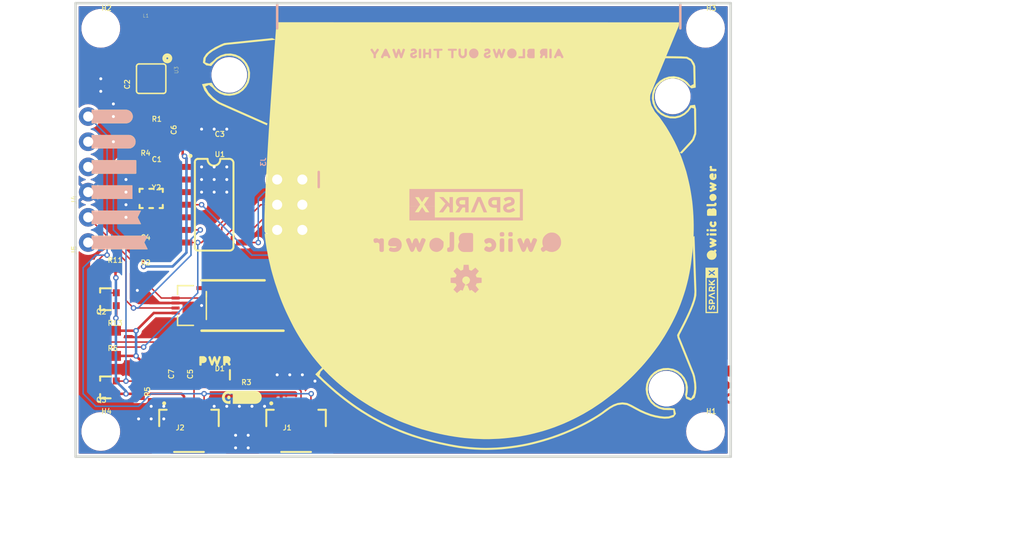
<source format=kicad_pcb>
(kicad_pcb (version 20211014) (generator pcbnew)
  (layers (0 "F.Cu" signal) (31 "B.Cu" signal) (34 "B.Paste" user) (35 "F.Paste" user) (36 "B.SilkS" user "B.Silkscreen") (37 "F.SilkS" user "F.Silkscreen") (38 "B.Mask" user) (39 "F.Mask" user) (44 "Edge.Cuts" user))
  (net 0 "")
  (net 1 "GND")
  (net 2 "3.3V")
  (net 3 "N$2")
  (net 4 "5V")
  (net 5 "N$3")
  (net 6 "SDA")
  (net 7 "SCL")
  (net 8 "HV_SDA")
  (net 9 "HV_SCL")
  (net 10 "N$1")
  (net 11 "N$4")
  (net 12 "25KHZ_PWM")
  (net 13 "FAN_TACH")
  (net 14 "~{RST}")
  (net 15 "CIPO")
  (net 16 "N$5")
  (footprint "eagleBoard:0603" (layer "F.Cu") (at 133.2611 119.6086 180)
    (fp_text reference "R3" (at 0 -0.762) (layer "F.SilkS") (effects (font (size 0.512064 0.512064) (thickness 0.097536)) (justify right)))
    (fp_text value "1k")
    (pad "1" smd rect (at -0.85 0 180) (size 1.1 1) (layers "F.Cu" "F.Paste" "F.Mask") (net 1 "GND"))
    (pad "2" smd rect (at 0.85 0 180) (size 1.1 1) (layers "F.Cu" "F.Paste" "F.Mask") (net 16 "N$5"))
  )
  (footprint "eagleBoard:0805" (layer "F.Cu") (at 126.2761 95.4786 90)
    (fp_text reference "C6" (at 0 -0.889 90) (layer "F.SilkS") (effects (font (size 0.512064 0.512064) (thickness 0.097536)) (justify left)))
    (fp_text value "22uF")
    (pad "1" smd rect (at -0.9 0 90) (size 0.8 1.2) (layers "F.Cu" "F.Paste" "F.Mask") (net 4 "5V"))
    (pad "2" smd rect (at 0.9 0 90) (size 0.8 1.2) (layers "F.Cu" "F.Paste" "F.Mask") (net 1 "GND"))
  )
  (footprint "eagleBoard:STAND-OFF" (layer "F.Cu") (at 178.9811 84.6836)
    (fp_text reference "H3" (at 0 -2.032) (layer "F.SilkS") (effects (font (size 0.512064 0.512064) (thickness 0.097536)) (justify left)))
    (fp_text value "STAND-OFF")
    (pad "" np_thru_hole circle (at 0 0) (size 3.302 3.302) (drill 3.302) (layers *.Cu *.Mask))
  )
  (footprint "eagleBoard:0603" (layer "F.Cu") (at 121.9581 120.7516 -90)
    (fp_text reference "R5" (at 0 -0.762 90) (layer "F.SilkS") (effects (font (size 0.512064 0.512064) (thickness 0.097536)) (justify right)))
    (fp_text value "2.2k")
    (pad "1" smd rect (at -0.85 0 270) (size 1.1 1) (layers "F.Cu" "F.Paste" "F.Mask") (net 6 "SDA"))
    (pad "2" smd rect (at 0.85 0 270) (size 1.1 1) (layers "F.Cu" "F.Paste" "F.Mask") (net 2 "3.3V"))
  )
  (footprint "eagleBoard:LED-0603" (layer "F.Cu") (at 129.4511 119.6086)
    (fp_text reference "D1" (at 0 -0.635) (layer "F.SilkS") (effects (font (size 0.512064 0.512064) (thickness 0.097536)) (justify left)))
    (fp_text value "RED")
    (pad "A" smd roundrect (at -0.877 0 270) (size 1 1) (layers "F.Cu" "F.Paste" "F.Mask") (roundrect_rratio 0.15) (net 4 "5V"))
    (pad "C" smd roundrect (at 0.877 0 270) (size 1 1) (layers "F.Cu" "F.Paste" "F.Mask") (roundrect_rratio 0.15) (net 16 "N$5"))
  )
  (footprint "eagleBoard:#_SDA#0" (layer "F.Cu") (at 116.7511 96.1136)
    (fp_text reference "U$5" hide)
    (fp_text value "" hide)
  )
  (footprint "eagleBoard:0603" (layer "F.Cu") (at 129.4511 96.1136)
    (fp_text reference "C3" (at 0 -0.762) (layer "F.SilkS") (effects (font (size 0.512064 0.512064) (thickness 0.097536)) (justify left)))
    (fp_text value "0.1uF")
    (pad "1" smd rect (at -0.85 0) (size 1.1 1) (layers "F.Cu" "F.Paste" "F.Mask") (net 4 "5V"))
    (pad "2" smd rect (at 0.85 0) (size 1.1 1) (layers "F.Cu" "F.Paste" "F.Mask") (net 1 "GND"))
  )
  (footprint "eagleBoard:SOT323" (layer "F.Cu") (at 118.6561 111.9886 90)
    (fp_text reference "Q2" (at -1.27 0) (layer "F.SilkS") (effects (font (size 0.512064 0.512064) (thickness 0.097536)) (justify right)))
    (fp_text value "310mA/60V/1.6Ω")
    (pad "1" smd rect (at -0.65 0.925 90) (size 0.7 0.7) (layers "F.Cu" "F.Paste" "F.Mask") (net 2 "3.3V"))
    (pad "2" smd rect (at 0.65 0.925 90) (size 0.7 0.7) (layers "F.Cu" "F.Paste" "F.Mask") (net 7 "SCL"))
    (pad "3" smd rect (at 0 -0.925 90) (size 0.7 0.7) (layers "F.Cu" "F.Paste" "F.Mask") (net 9 "HV_SCL"))
  )
  (footprint "eagleBoard:0603" (layer "F.Cu") (at 118.6561 117.7036)
    (fp_text reference "R6" (at 0 -0.762) (layer "F.SilkS") (effects (font (size 0.512064 0.512064) (thickness 0.097536)) (justify left)))
    (fp_text value "2.2k")
    (pad "1" smd rect (at -0.85 0) (size 1.1 1) (layers "F.Cu" "F.Paste" "F.Mask") (net 8 "HV_SDA"))
    (pad "2" smd rect (at 0.85 0) (size 1.1 1) (layers "F.Cu" "F.Paste" "F.Mask") (net 4 "5V"))
  )
  (footprint "eagleBoard:CRYSTAL-SMD-2.0X1.6MM" (layer "F.Cu") (at 123.1011 101.8286)
    (fp_text reference "Y2" (at 0 -1.1) (layer "F.SilkS") (effects (font (size 0.512064 0.512064) (thickness 0.097536)) (justify left)))
    (fp_text value "16MHz")
    (pad "1" smd rect (at -0.675 0.5) (size 0.75 0.7) (layers "F.Cu" "F.Paste" "F.Mask") (net 10 "N$1"))
    (pad "2" smd rect (at 0.675 0.5 180) (size 0.75 0.7) (layers "F.Cu" "F.Paste" "F.Mask"))
    (pad "3" smd rect (at 0.675 -0.5 180) (size 0.75 0.7) (layers "F.Cu" "F.Paste" "F.Mask") (net 11 "N$4"))
    (pad "4" smd rect (at -0.675 -0.5) (size 0.75 0.7) (layers "F.Cu" "F.Paste" "F.Mask"))
  )
  (footprint "eagleBoard:STAND-OFF" (layer "F.Cu") (at 118.0211 125.3236)
    (fp_text reference "H4" (at 0 -2.032) (layer "F.SilkS") (effects (font (size 0.512064 0.512064) (thickness 0.097536)) (justify left)))
    (fp_text value "STAND-OFF")
    (pad "" np_thru_hole circle (at 0 0) (size 3.302 3.302) (drill 3.302) (layers *.Cu *.Mask))
  )
  (footprint "eagleBoard:0603" (layer "F.Cu") (at 119.9261 89.7636 -90)
    (fp_text reference "C2" (at 0 -0.762 90) (layer "F.SilkS") (effects (font (size 0.512064 0.512064) (thickness 0.097536)) (justify right)))
    (fp_text value "10uF")
    (pad "1" smd rect (at -0.85 0 270) (size 1.1 1) (layers "F.Cu" "F.Paste" "F.Mask") (net 2 "3.3V"))
    (pad "2" smd rect (at 0.85 0 270) (size 1.1 1) (layers "F.Cu" "F.Paste" "F.Mask") (net 1 "GND"))
  )
  (footprint "eagleBoard:0603" (layer "F.Cu") (at 123.1011 94.5896)
    (fp_text reference "R1" (at 0 -0.762) (layer "F.SilkS") (effects (font (size 0.512064 0.512064) (thickness 0.097536)) (justify left)))
    (fp_text value "750K")
    (pad "1" smd rect (at -0.85 0) (size 1.1 1) (layers "F.Cu" "F.Paste" "F.Mask") (net 3 "N$2"))
    (pad "2" smd rect (at 0.85 0) (size 1.1 1) (layers "F.Cu" "F.Paste" "F.Mask") (net 4 "5V"))
  )
  (footprint "eagleBoard:0603" (layer "F.Cu") (at 126.2761 118.9736 -90)
    (fp_text reference "C5" (at 0 -0.762 90) (layer "F.SilkS") (effects (font (size 0.512064 0.512064) (thickness 0.097536)) (justify right)))
    (fp_text value "0.1uF")
    (pad "1" smd rect (at -0.85 0 270) (size 1.1 1) (layers "F.Cu" "F.Paste" "F.Mask") (net 4 "5V"))
    (pad "2" smd rect (at 0.85 0 270) (size 1.1 1) (layers "F.Cu" "F.Paste" "F.Mask") (net 1 "GND"))
  )
  (footprint "eagleBoard:#_SCL#0" (layer "F.Cu") (at 116.7511 93.5736)
    (fp_text reference "U$6" hide)
    (fp_text value "" hide)
  )
  (footprint "eagleBoard:QWIIC_4MM" (layer "F.Cu") (at 132.2451 121.8946)
    (fp_text reference "U$13" hide)
    (fp_text value "" hide)
  )
  (footprint "eagleBoard:JST04_1MM_RA" (layer "F.Cu") (at 126.9111 122.7836)
    (fp_text reference "J2" (at -1.397 2.159) (layer "F.SilkS") (effects (font (size 0.512064 0.512064) (thickness 0.097536)) (justify left)))
    (fp_text value "QWIIC_RIGHT_ANGLE")
    (pad "1" smd rect (at -1.5 0) (size 0.6 1.35) (layers "F.Cu" "F.Paste" "F.Mask") (net 1 "GND"))
    (pad "2" smd rect (at -0.5 0) (size 0.6 1.35) (layers "F.Cu" "F.Paste" "F.Mask") (net 2 "3.3V"))
    (pad "3" smd rect (at 0.5 0) (size 0.6 1.35) (layers "F.Cu" "F.Paste" "F.Mask") (net 6 "SDA"))
    (pad "4" smd rect (at 1.5 0) (size 0.6 1.35) (layers "F.Cu" "F.Paste" "F.Mask") (net 7 "SCL"))
    (pad "NC1" smd rect (at 2.8 3.675) (size 1.2 2) (layers "F.Cu" "F.Paste" "F.Mask"))
    (pad "NC2" smd rect (at -2.8 3.675) (size 1.2 2) (layers "F.Cu" "F.Paste" "F.Mask"))
  )
  (footprint "eagleBoard:QWIIC_BLOWER0" (layer "F.Cu") (at 179.6161 103.2256 90)
    (fp_text reference "U$14" hide)
    (fp_text value "" hide)
  )
  (footprint "eagleBoard:0806" (layer "F.Cu") (at 123.1011 84.6836)
    (fp_text reference "L1" (at -0.87 -1.27) (layer "F.SilkS") (effects (font (size 0.352958 0.352958) (thickness 0.028042)) (justify left)))
    (fp_text value "2.2μH")
    (pad "1" smd rect (at -0.9 0 90) (size 1.8 0.8) (layers "F.Cu" "F.Paste" "F.Mask") (net 2 "3.3V"))
    (pad "2" smd rect (at 0.9 0 90) (size 1.8 0.8) (layers "F.Cu" "F.Paste" "F.Mask") (net 5 "N$3"))
  )
  (footprint "eagleBoard:SO14" (layer "F.Cu") (at 129.4511 102.4636 -90)
    (fp_text reference "U1" (at -5.08 0) (layer "F.SilkS") (effects (font (size 0.512064 0.512064) (thickness 0.097536)) (justify left)))
    (fp_text value "ATtiny841")
    (pad "1" smd rect (at -3.81 2.8 270) (size 0.6 1.2) (layers "F.Cu" "F.Paste" "F.Mask") (net 4 "5V"))
    (pad "2" smd rect (at -2.54 2.8 270) (size 0.6 1.2) (layers "F.Cu" "F.Paste" "F.Mask") (net 11 "N$4"))
    (pad "3" smd rect (at -1.27 2.8 270) (size 0.6 1.2) (layers "F.Cu" "F.Paste" "F.Mask") (net 10 "N$1"))
    (pad "4" smd rect (at 0 2.8 270) (size 0.6 1.2) (layers "F.Cu" "F.Paste" "F.Mask") (net 14 "~{RST}"))
    (pad "5" smd rect (at 1.27 2.8 270) (size 0.6 1.2) (layers "F.Cu" "F.Paste" "F.Mask"))
    (pad "6" smd rect (at 2.54 2.8 270) (size 0.6 1.2) (layers "F.Cu" "F.Paste" "F.Mask") (net 13 "FAN_TACH"))
    (pad "7" smd rect (at 3.81 2.8 270) (size 0.6 1.2) (layers "F.Cu" "F.Paste" "F.Mask") (net 8 "HV_SDA"))
    (pad "8" smd rect (at 3.81 -2.8 270) (size 0.6 1.2) (layers "F.Cu" "F.Paste" "F.Mask") (net 15 "CIPO"))
    (pad "9" smd rect (at 2.54 -2.8 270) (size 0.6 1.2) (layers "F.Cu" "F.Paste" "F.Mask") (net 9 "HV_SCL"))
    (pad "10" smd rect (at 1.27 -2.8 270) (size 0.6 1.2) (layers "F.Cu" "F.Paste" "F.Mask") (net 12 "25KHZ_PWM"))
    (pad "11" smd rect (at 0 -2.8 270) (size 0.6 1.2) (layers "F.Cu" "F.Paste" "F.Mask"))
    (pad "12" smd rect (at -1.27 -2.8 270) (size 0.6 1.2) (layers "F.Cu" "F.Paste" "F.Mask"))
    (pad "13" smd rect (at -2.54 -2.8 270) (size 0.6 1.2) (layers "F.Cu" "F.Paste" "F.Mask"))
    (pad "14" smd rect (at -3.81 -2.8 270) (size 0.6 1.2) (layers "F.Cu" "F.Paste" "F.Mask") (net 1 "GND"))
  )
  (footprint "eagleBoard:MSOP8" (layer "F.Cu") (at 123.1011 89.7636 180)
    (fp_text reference "U3" (at -2.54 1.27 90) (layer "F.SilkS") (effects (font (size 0.376489 0.376489) (thickness 0.029911)) (justify right)))
    (fp_text value "PAM2401")
    (pad "1" smd rect (at -0.975 2.25 180) (size 0.4 1.1) (layers "F.Cu" "F.Paste" "F.Mask") (net 5 "N$3"))
    (pad "2" smd rect (at -0.325 2.25 180) (size 0.4 1.1) (layers "F.Cu" "F.Paste" "F.Mask") (net 2 "3.3V"))
    (pad "3" smd rect (at 0.325 2.25 180) (size 0.4 1.1) (layers "F.Cu" "F.Paste" "F.Mask") (net 2 "3.3V"))
    (pad "4" smd rect (at 0.975 2.25 180) (size 0.4 1.1) (layers "F.Cu" "F.Paste" "F.Mask") (net 1 "GND"))
    (pad "5" smd rect (at 0.975 -2.25 180) (size 0.4 1.1) (layers "F.Cu" "F.Paste" "F.Mask") (net 3 "N$2"))
    (pad "6" smd rect (at 0.325 -2.25 180) (size 0.4 1.1) (layers "F.Cu" "F.Paste" "F.Mask"))
    (pad "7" smd rect (at -0.325 -2.25 180) (size 0.4 1.1) (layers "F.Cu" "F.Paste" "F.Mask") (net 4 "5V"))
    (pad "8" smd rect (at -0.975 -2.25 180) (size 0.4 1.1) (layers "F.Cu" "F.Paste" "F.Mask") (net 1 "GND"))
  )
  (footprint "eagleBoard:SPARKX-TINY" (layer "F.Cu") (at 179.6161 111.0996 90)
    (fp_text reference "U$15" hide)
    (fp_text value "" hide)
  )
  (footprint "eagleBoard:JST04_1MM_RA" (layer "F.Cu") (at 137.7061 122.7836)
    (fp_text reference "J1" (at -1.397 2.159) (layer "F.SilkS") (effects (font (size 0.512064 0.512064) (thickness 0.097536)) (justify left)))
    (fp_text value "QWIIC_RIGHT_ANGLE")
    (pad "1" smd rect (at -1.5 0) (size 0.6 1.35) (layers "F.Cu" "F.Paste" "F.Mask") (net 1 "GND"))
    (pad "2" smd rect (at -0.5 0) (size 0.6 1.35) (layers "F.Cu" "F.Paste" "F.Mask") (net 2 "3.3V"))
    (pad "3" smd rect (at 0.5 0) (size 0.6 1.35) (layers "F.Cu" "F.Paste" "F.Mask") (net 6 "SDA"))
    (pad "4" smd rect (at 1.5 0) (size 0.6 1.35) (layers "F.Cu" "F.Paste" "F.Mask") (net 7 "SCL"))
    (pad "NC1" smd rect (at 2.8 3.675) (size 1.2 2) (layers "F.Cu" "F.Paste" "F.Mask"))
    (pad "NC2" smd rect (at -2.8 3.675) (size 1.2 2) (layers "F.Cu" "F.Paste" "F.Mask"))
  )
  (footprint "eagleBoard:#_PWM#0" (layer "F.Cu") (at 116.7511 103.7336)
    (fp_text reference "U$2" hide)
    (fp_text value "" hide)
  )
  (footprint "eagleBoard:SOT323" (layer "F.Cu") (at 118.6561 120.8786 90)
    (fp_text reference "Q3" (at -1.27 0) (layer "F.SilkS") (effects (font (size 0.512064 0.512064) (thickness 0.097536)) (justify right)))
    (fp_text value "310mA/60V/1.6Ω")
    (pad "1" smd rect (at -0.65 0.925 90) (size 0.7 0.7) (layers "F.Cu" "F.Paste" "F.Mask") (net 2 "3.3V"))
    (pad "2" smd rect (at 0.65 0.925 90) (size 0.7 0.7) (layers "F.Cu" "F.Paste" "F.Mask") (net 6 "SDA"))
    (pad "3" smd rect (at 0 -0.925 90) (size 0.7 0.7) (layers "F.Cu" "F.Paste" "F.Mask") (net 8 "HV_SDA"))
  )
  (footprint "eagleBoard:0603" (layer "F.Cu") (at 124.3711 118.9736 -90)
    (fp_text reference "C7" (at 0 -0.762 90) (layer "F.SilkS") (effects (font (size 0.512064 0.512064) (thickness 0.097536)) (justify right)))
    (fp_text value "1.0uF")
    (pad "1" smd rect (at -0.85 0 270) (size 1.1 1) (layers "F.Cu" "F.Paste" "F.Mask") (net 4 "5V"))
    (pad "2" smd rect (at 0.85 0 270) (size 1.1 1) (layers "F.Cu" "F.Paste" "F.Mask") (net 1 "GND"))
  )
  (footprint "eagleBoard:0603" (layer "F.Cu") (at 118.6561 108.8136)
    (fp_text reference "R11" (at 0 -0.762) (layer "F.SilkS") (effects (font (size 0.512064 0.512064) (thickness 0.097536)) (justify left)))
    (fp_text value "2.2k")
    (pad "1" smd rect (at -0.85 0) (size 1.1 1) (layers "F.Cu" "F.Paste" "F.Mask") (net 7 "SCL"))
    (pad "2" smd rect (at 0.85 0) (size 1.1 1) (layers "F.Cu" "F.Paste" "F.Mask") (net 2 "3.3V"))
  )
  (footprint "eagleBoard:0603" (layer "F.Cu") (at 123.1011 98.6536)
    (fp_text reference "C1" (at 0 -0.762) (layer "F.SilkS") (effects (font (size 0.512064 0.512064) (thickness 0.097536)) (justify left)))
    (fp_text value "22pF")
    (pad "1" smd rect (at -0.85 0) (size 1.1 1) (layers "F.Cu" "F.Paste" "F.Mask") (net 1 "GND"))
    (pad "2" smd rect (at 0.85 0) (size 1.1 1) (layers "F.Cu" "F.Paste" "F.Mask") (net 11 "N$4"))
  )
  (footprint "eagleBoard:0603" (layer "F.Cu") (at 123.1011 96.4946 180)
    (fp_text reference "R4" (at 0 -0.762) (layer "F.SilkS") (effects (font (size 0.512064 0.512064) (thickness 0.097536)) (justify right)))
    (fp_text value "100k")
    (pad "1" smd rect (at -0.85 0 180) (size 1.1 1) (layers "F.Cu" "F.Paste" "F.Mask") (net 1 "GND"))
    (pad "2" smd rect (at 0.85 0 180) (size 1.1 1) (layers "F.Cu" "F.Paste" "F.Mask") (net 3 "N$2"))
  )
  (footprint "eagleBoard:#_TACH#0" (layer "F.Cu") (at 116.7511 106.2736)
    (fp_text reference "U$1" hide)
    (fp_text value "" hide)
  )
  (footprint "eagleBoard:#_GND#0" (layer "F.Cu") (at 116.7511 101.1936)
    (fp_text reference "U$3" hide)
    (fp_text value "" hide)
  )
  (footprint "eagleBoard:FPC_4_0.5MM" (layer "F.Cu") (at 126.9111 112.6236 90)
    (fp_text reference "U$19" hide)
    (fp_text value "NINTENDO_SWITCH_FAN" hide)
    (pad "" np_thru_hole circle (at -8.382 48.133 90) (size 3 3) (drill 3) (layers *.Cu *.Mask))
    (pad "" np_thru_hole circle (at 21.082 48.768 90) (size 3 3) (drill 3) (layers *.Cu *.Mask))
    (pad "" np_thru_hole circle (at 23.241 4.064 90) (size 3 3) (drill 3) (layers *.Cu *.Mask))
    (pad "1" smd rect (at -0.754 -1.35 90) (size 0.3 0.8) (layers "F.Cu" "F.Mask") (net 4 "5V"))
    (pad "2" smd rect (at -0.254 -1.35 90) (size 0.3 0.8) (layers "F.Cu" "F.Mask") (net 13 "FAN_TACH"))
    (pad "3" smd rect (at 0.254 -1.35 270) (size 0.3 0.8) (layers "F.Cu" "F.Mask") (net 1 "GND"))
    (pad "4" smd rect (at 0.754 -1.35 270) (size 0.3 0.8) (layers "F.Cu" "F.Mask") (net 12 "25KHZ_PWM"))
    (pad "MP1" smd rect (at -1.754 1.15 90) (size 0.4 0.8) (layers "F.Cu" "F.Paste" "F.Mask"))
    (pad "MP2" smd rect (at 1.754 1.15 270) (size 0.4 0.8) (layers "F.Cu" "F.Paste" "F.Mask"))
  )
  (footprint "eagleBoard:0603" (layer "F.Cu") (at 123.1011 107.5436 180)
    (fp_text reference "R2" (at 0 -0.762) (layer "F.SilkS") (effects (font (size 0.512064 0.512064) (thickness 0.097536)) (justify right)))
    (fp_text value "10k")
    (pad "1" smd rect (at -0.85 0 180) (size 1.1 1) (layers "F.Cu" "F.Paste" "F.Mask") (net 14 "~{RST}"))
    (pad "2" smd rect (at 0.85 0 180) (size 1.1 1) (layers "F.Cu" "F.Paste" "F.Mask") (net 4 "5V"))
  )
  (footprint "eagleBoard:0603" (layer "F.Cu") (at 118.6561 115.1636)
    (fp_text reference "R13" (at 0 -0.762) (layer "F.SilkS") (effects (font (size 0.512064 0.512064) (thickness 0.097536)) (justify left)))
    (fp_text value "2.2k")
    (pad "1" smd rect (at -0.85 0) (size 1.1 1) (layers "F.Cu" "F.Paste" "F.Mask") (net 9 "HV_SCL"))
    (pad "2" smd rect (at 0.85 0) (size 1.1 1) (layers "F.Cu" "F.Paste" "F.Mask") (net 4 "5V"))
  )
  (footprint "eagleBoard:1X02_NO_SILK" (layer "F.Cu") (at 116.7511 106.2736 90)
    (fp_text reference "J5" (at -1.27 -1.397 90) (layer "F.SilkS") (effects (font (size 0.512064 0.512064) (thickness 0.097536)) (justify left)))
    (fp_text value "")
    (pad "1" thru_hole circle (at 0 0 180) (size 1.8796 1.8796) (drill 1.016) (layers *.Cu *.Mask) (net 13 "FAN_TACH"))
    (pad "2" thru_hole circle (at 2.54 0 180) (size 1.8796 1.8796) (drill 1.016) (layers *.Cu *.Mask) (net 12 "25KHZ_PWM"))
  )
  (footprint "eagleBoard:0603" (layer "F.Cu") (at 123.1011 105.0036 180)
    (fp_text reference "C4" (at 0 -0.762) (layer "F.SilkS") (effects (font (size 0.512064 0.512064) (thickness 0.097536)) (justify right)))
    (fp_text value "22pF")
    (pad "1" smd rect (at -0.85 0 180) (size 1.1 1) (layers "F.Cu" "F.Paste" "F.Mask") (net 1 "GND"))
    (pad "2" smd rect (at 0.85 0 180) (size 1.1 1) (layers "F.Cu" "F.Paste" "F.Mask") (net 10 "N$1"))
  )
  (footprint "eagleBoard:STAND-OFF" (layer "F.Cu") (at 118.0211 84.6836)
    (fp_text reference "H2" (at 0 -2.032) (layer "F.SilkS") (effects (font (size 0.512064 0.512064) (thickness 0.097536)) (justify left)))
    (fp_text value "STAND-OFF")
    (pad "" np_thru_hole circle (at 0 0) (size 3.302 3.302) (drill 3.302) (layers *.Cu *.Mask))
  )
  (footprint "eagleBoard:STAND-OFF" (layer "F.Cu") (at 178.9811 125.3236)
    (fp_text reference "H1" (at 0 -2.032) (layer "F.SilkS") (effects (font (size 0.512064 0.512064) (thickness 0.097536)) (justify left)))
    (fp_text value "STAND-OFF")
    (pad "" np_thru_hole circle (at 0 0) (size 3.302 3.302) (drill 3.302) (layers *.Cu *.Mask))
  )
  (footprint "eagleBoard:#_3#3V#0" (layer "F.Cu") (at 116.7511 98.6536)
    (fp_text reference "U$4" hide)
    (fp_text value "" hide)
  )
  (footprint "eagleBoard:PWR0" (layer "F.Cu") (at 129.5781 118.2116)
    (fp_text reference "U$21" hide)
    (fp_text value "" hide)
  )
  (footprint "eagleBoard:CREATIVE_COMMONS" (layer "F.Cu") (at 128.1811 136.7536)
    (fp_text reference "FRAME1" hide)
    (fp_text value "FRAME-LETTER" hide)
  )
  (footprint "eagleBoard:1X04_NO_SILK" (layer "F.Cu") (at 116.7511 101.1936 90)
    (fp_text reference "J4" (at -1.27 -1.397 90) (layer "F.SilkS") (effects (font (size 0.512064 0.512064) (thickness 0.097536)) (justify left)))
    (fp_text value "")
    (pad "1" thru_hole circle (at 0 0 180) (size 1.8796 1.8796) (drill 1.016) (layers *.Cu *.Mask) (net 1 "GND"))
    (pad "2" thru_hole circle (at 2.54 0 180) (size 1.8796 1.8796) (drill 1.016) (layers *.Cu *.Mask) (net 2 "3.3V"))
    (pad "3" thru_hole circle (at 5.08 0 180) (size 1.8796 1.8796) (drill 1.016) (layers *.Cu *.Mask) (net 6 "SDA"))
    (pad "4" thru_hole circle (at 7.62 0 180) (size 1.8796 1.8796) (drill 1.016) (layers *.Cu *.Mask) (net 7 "SCL"))
  )
  (footprint "eagleBoard:#3#3V_#0" (layer "B.Cu") (at 116.7511 98.6536 180)
    (fp_text reference "U$9" hide)
    (fp_text value "" hide)
  )
  (footprint "eagleBoard:#TACH_#0" (layer "B.Cu") (at 116.7511 106.2736 180)
    (fp_text reference "U$12" hide)
    (fp_text value "" hide)
  )
  (footprint "eagleBoard:OSHW-LOGO-S" (layer "B.Cu") (at 154.8511 110.0836 180)
    (fp_text reference "U$20" hide)
    (fp_text value "" hide)
  )
  (footprint "eagleBoard:2X3-NS" (layer "B.Cu") (at 137.0711 102.4636 -90)
    (fp_text reference "J3" (at -3.81 2.667 -270) (layer "B.SilkS") (effects (font (size 0.512064 0.512064) (thickness 0.097536)) (justify right mirror)))
    (fp_text value "AVR_SPI_PROG_3X2NS")
    (pad "1" thru_hole circle (at -2.54 -1.27 270) (size 1.8796 1.8796) (drill 1.016) (layers *.Cu *.Mask) (net 15 "CIPO"))
    (pad "2" thru_hole circle (at -2.54 1.27 270) (size 1.8796 1.8796) (drill 1.016) (layers *.Cu *.Mask) (net 4 "5V"))
    (pad "3" thru_hole circle (at 0 -1.27 270) (size 1.8796 1.8796) (drill 1.016) (layers *.Cu *.Mask) (net 9 "HV_SCL"))
    (pad "4" thru_hole circle (at 0 1.27 270) (size 1.8796 1.8796) (drill 1.016) (layers *.Cu *.Mask) (net 8 "HV_SDA"))
    (pad "5" thru_hole circle (at 2.54 -1.27 270) (size 1.8796 1.8796) (drill 1.016) (layers *.Cu *.Mask) (net 14 "~{RST}"))
    (pad "6" thru_hole circle (at 2.54 1.27 270) (size 1.8796 1.8796) (drill 1.016) (layers *.Cu *.Mask) (net 1 "GND"))
  )
  (footprint "eagleBoard:#GND_#0" (layer "B.Cu") (at 116.7511 101.1936 180)
    (fp_text reference "U$10" hide)
    (fp_text value "" hide)
  )
  (footprint "eagleBoard:#SDA_#0" (layer "B.Cu") (at 116.7511 96.1136 180)
    (fp_text reference "U$8" hide)
    (fp_text value "" hide)
  )
  (footprint "eagleBoard:SPARKX-LARGE" (layer "B.Cu") (at 154.8511 102.4636 180)
    (fp_text reference "U$18" hide)
    (fp_text value "" hide)
  )
  (footprint "eagleBoard:#PWM_#0" (layer "B.Cu") (at 116.7511 103.7336 180)
    (fp_text reference "U$11" hide)
    (fp_text value "" hide)
  )
  (footprint "eagleBoard:_QWIIC_BLOWER_0" (layer "B.Cu") (at 154.8511 106.2736 180)
    (fp_text reference "U$17" hide)
    (fp_text value "" hide)
  )
  (footprint "eagleBoard:AIR_BLOWS_OUT_THIS_WAY0" (layer "B.Cu") (at 154.8511 87.2236 180)
    (fp_text reference "U$16" hide)
    (fp_text value "" hide)
  )
  (footprint "eagleBoard:#SCL_#0" (layer "B.Cu") (at 116.7511 93.5736 180)
    (fp_text reference "U$7" hide)
    (fp_text value "" hide)
  )
  (gr_line (start 135.8011 82.1436) (end 135.8011 84.6836) (layer "B.SilkS") (width 0.254))
  (gr_line (start 139.9921 99.1616) (end 139.9921 100.6856) (layer "B.SilkS") (width 0.254))
  (gr_line (start 176.4411 82.1436) (end 176.4411 84.6836) (layer "B.SilkS") (width 0.254))
  (gr_line (start 128.1811 110.0836) (end 134.5311 110.0836) (layer "F.SilkS") (width 0.254))
  (gr_line (start 128.1811 115.1636) (end 136.4361 115.1636) (layer "F.SilkS") (width 0.254))
  (gr_line (start 181.5211 82.1436) (end 115.4811 82.1436) (layer "Edge.Cuts") (width 0.254))
  (gr_line (start 115.4811 82.1436) (end 115.4811 127.8636) (layer "Edge.Cuts") (width 0.254))
  (gr_line (start 115.4811 127.8636) (end 181.5211 127.8636) (layer "Edge.Cuts") (width 0.254))
  (gr_line (start 181.5211 127.8636) (end 181.5211 82.1436) (layer "Edge.Cuts") (width 0.254))
  (gr_text "x01" (at 181.5211 122.7836 90) (layer "F.Cu") (effects (font (size 1.5113 1.5113) (thickness 0.2667)) (justify left bottom)))
  (segment (start 122.9741 112.3696) (end 121.7041 111.0996) (width 0.2032) (layer "F.Cu") (net 1))
  (segment (start 127.9271 112.3696) (end 128.1811 112.6236) (width 0.254) (layer "F.Cu") (net 1))
  (segment (start 125.5611 112.3696) (end 127.9271 112.3696) (width 0.254) (layer "F.Cu") (net 1))
  (segment (start 125.5611 112.3696) (end 122.9741 112.3696) (width 0.254) (layer "F.Cu") (net 1))
  (via (at 118.0211 91.0336) (size 0.554) (drill 0.3) (layers "F.Cu" "B.Cu") (net 1))
  (via (at 119.2911 92.3036) (size 0.554) (drill 0.3) (layers "F.Cu" "B.Cu") (net 1))
  (via (at 137.0711 119.6086) (size 0.554) (drill 0.3) (layers "F.Cu" "B.Cu") (net 1))
  (via (at 129.4511 99.9236) (size 0.554) (drill 0.3) (layers "F.Cu" "B.Cu") (net 1))
  (via (at 121.8311 124.0536) (size 0.554) (drill 0.3) (layers "F.Cu" "B.Cu") (net 1))
  (via (at 128.1811 112.6236) (size 0.554) (drill 0.3) (layers "F.Cu" "B.Cu") (net 1))
  (via (at 132.8801 126.9746) (size 0.554) (drill 0.3) (layers "F.Cu" "B.Cu") (net 1))
  (via (at 130.7211 99.9236) (size 0.554) (drill 0.3) (layers "F.Cu" "B.Cu") (net 1))
  (via (at 124.3711 122.7836) (size 0.554) (drill 0.3) (layers "F.Cu" "B.Cu") (net 1))
  (via (at 118.0211 89.7636) (size 0.554) (drill 0.3) (layers "F.Cu" "B.Cu") (net 1))
  (via (at 124.3711 124.0536) (size 0.554) (drill 0.3) (layers "F.Cu" "B.Cu") (net 1))
  (via (at 130.7211 122.7836) (size 0.554) (drill 0.3) (layers "F.Cu" "B.Cu") (net 1))
  (via (at 128.1811 101.1936) (size 0.554) (drill 0.3) (layers "F.Cu" "B.Cu") (net 1))
  (via (at 129.4511 94.8436) (size 0.554) (drill 0.3) (layers "F.Cu" "B.Cu") (net 1))
  (via (at 123.1011 122.7836) (size 0.554) (drill 0.3) (layers "F.Cu" "B.Cu") (net 1))
  (via (at 120.5611 99.9236) (size 0.554) (drill 0.3) (layers "F.Cu" "B.Cu") (net 1))
  (via (at 130.7211 94.8436) (size 0.554) (drill 0.3) (layers "F.Cu" "B.Cu") (net 1))
  (via (at 128.1811 98.6536) (size 0.554) (drill 0.3) (layers "F.Cu" "B.Cu") (net 1))
  (via (at 131.9911 122.7836) (size 0.554) (drill 0.3) (layers "F.Cu" "B.Cu") (net 1))
  (via (at 129.4511 122.7836) (size 0.554) (drill 0.3) (layers "F.Cu" "B.Cu") (net 1))
  (via (at 120.5611 103.7336) (size 0.554) (drill 0.3) (layers "F.Cu" "B.Cu") (net 1))
  (via (at 139.6111 120.2436) (size 0.554) (drill 0.3) (layers "F.Cu" "B.Cu") (net 1))
  (via (at 133.2611 122.7836) (size 0.554) (drill 0.3) (layers "F.Cu" "B.Cu") (net 1))
  (via (at 128.1811 99.9236) (size 0.554) (drill 0.3) (layers "F.Cu" "B.Cu") (net 1))
  (via (at 119.2911 93.5736) (size 0.554) (drill 0.3) (layers "F.Cu" "B.Cu") (net 1))
  (via (at 135.8011 119.6086) (size 0.554) (drill 0.3) (layers "F.Cu" "B.Cu") (net 1))
  (via (at 131.6101 126.9746) (size 0.554) (drill 0.3) (layers "F.Cu" "B.Cu") (net 1))
  (via (at 128.1811 94.8436) (size 0.554) (drill 0.3) (layers "F.Cu" "B.Cu") (net 1))
  (via (at 123.1011 124.0536) (size 0.554) (drill 0.3) (layers "F.Cu" "B.Cu") (net 1))
  (via (at 130.7211 98.6536) (size 0.554) (drill 0.3) (layers "F.Cu" "B.Cu") (net 1))
  (via (at 132.8801 125.7046) (size 0.554) (drill 0.3) (layers "F.Cu" "B.Cu") (net 1))
  (via (at 138.3411 119.6086) (size 0.554) (drill 0.3) (layers "F.Cu" "B.Cu") (net 1))
  (via (at 130.7211 101.1936) (size 0.554) (drill 0.3) (layers "F.Cu" "B.Cu") (net 1))
  (via (at 120.5611 102.4636) (size 0.554) (drill 0.3) (layers "F.Cu" "B.Cu") (net 1))
  (via (at 134.5311 122.7836) (size 0.554) (drill 0.3) (layers "F.Cu" "B.Cu") (net 1))
  (via (at 129.4511 101.1936) (size 0.554) (drill 0.3) (layers "F.Cu" "B.Cu") (net 1))
  (via (at 131.6101 125.7046) (size 0.554) (drill 0.3) (layers "F.Cu" "B.Cu") (net 1))
  (via (at 129.4511 98.6536) (size 0.554) (drill 0.3) (layers "F.Cu" "B.Cu") (net 1))
  (via (at 120.5611 101.1936) (size 0.554) (drill 0.3) (layers "F.Cu" "B.Cu") (net 1))
  (via (at 121.7041 111.0996) (size 0.554) (drill 0.3) (layers "F.Cu" "B.Cu") (net 1))
  (segment (start 122.7761 87.5136) (end 122.7761 88.8426) (width 0.254) (layer "F.Cu") (net 2))
  (segment (start 121.9581 121.6016) (end 122.0461 121.5136) (width 0.254) (layer "F.Cu") (net 2))
  (segment (start 122.7761 88.8426) (end 122.8471 88.9136) (width 0.254) (layer "F.Cu") (net 2))
  (segment (start 121.8851 121.5286) (end 121.9581 121.6016) (width 0.254) (layer "F.Cu") (net 2))
  (segment (start 121.0691 96.8756) (end 121.0691 88.9136) (width 0.1524) (layer "F.Cu") (net 2))
  (segment (start 119.5811 121.5286) (end 120.5611 121.5286) (width 0.254) (layer "F.Cu") (net 2))
  (segment (start 142.1511 94.4626) (end 140.1191 92.4306) (width 0.254) (layer "F.Cu") (net 2))
  (segment (start 125.0451 88.9136) (end 128.5621 92.4306) (width 0.254) (layer "F.Cu") (net 2))
  (segment (start 122.2011 86.1966) (end 122.2011 84.6836) (width 0.254) (layer "F.Cu") (net 2))
  (segment (start 122.0461 121.5136) (end 126.1491 121.5136) (width 0.254) (layer "F.Cu") (net 2))
  (segment (start 126.1491 121.5136) (end 126.4111 121.7756) (width 0.254) (layer "F.Cu") (net 2))
  (segment (start 119.5811 113.8576) (end 119.5451 113.8936) (width 0.254) (layer "F.Cu") (net 2))
  (segment (start 122.7761 86.7716) (end 122.2011 86.1966) (width 0.254) (layer "F.Cu") (net 2))
  (segment (start 142.1511 123.4186) (end 142.1511 94.4626) (width 0.254) (layer "F.Cu") (net 2))
  (segment (start 119.5061 108.8136) (end 119.5061 109.7906) (width 0.254) (layer "F.Cu") (net 2))
  (segment (start 123.4261 88.8186) (end 123.5211 88.9136) (width 0.254) (layer "F.Cu") (net 2))
  (segment (start 126.4111 124.0616) (end 126.9111 124.5616) (width 0.508) (layer "F.Cu") (net 2))
  (segment (start 120.5611 121.5286) (end 121.8851 121.5286) (width 0.254) (layer "F.Cu") (net 2))
  (segment (start 122.8471 88.9136) (end 123.5211 88.9136) (width 0.254) (layer "F.Cu") (net 2))
  (segment (start 140.8811 124.6886) (end 142.1511 123.4186) (width 0.254) (layer "F.Cu") (net 2))
  (segment (start 137.1981 124.5616) (end 137.2061 124.5536) (width 0.508) (layer "F.Cu") (net 2))
  (segment (start 137.2061 122.7836) (end 137.2061 124.5536) (width 0.508) (layer "F.Cu") (net 2))
  (segment (start 122.7761 87.5136) (end 122.7761 86.7716) (width 0.254) (layer "F.Cu") (net 2))
  (segment (start 126.4111 122.7836) (end 126.4111 124.0616) (width 0.508) (layer "F.Cu") (net 2))
  (segment (start 116.7511 98.6536) (end 119.2911 98.6536) (width 0.1524) (layer "F.Cu") (net 2))
  (segment (start 121.0691 88.9136) (end 122.8471 88.9136) (width 0.254) (layer "F.Cu") (net 2))
  (segment (start 123.5211 88.9136) (end 125.0451 88.9136) (width 0.254) (layer "F.Cu") (net 2))
  (segment (start 126.4111 122.7836) (end 126.4111 121.7756) (width 0.254) (layer "F.Cu") (net 2))
  (segment (start 123.4261 87.5136) (end 123.4261 88.8186) (width 0.254) (layer "F.Cu") (net 2))
  (segment (start 119.5061 109.7906) (end 119.5451 109.8296) (width 0.254) (layer "F.Cu") (net 2))
  (segment (start 137.2061 124.5536) (end 137.3411 124.6886) (width 0.254) (layer "F.Cu") (net 2))
  (segment (start 119.2911 98.6536) (end 121.0691 96.8756) (width 0.1524) (layer "F.Cu") (net 2))
  (segment (start 126.9111 124.5616) (end 137.1981 124.5616) (width 0.508) (layer "F.Cu") (net 2))
  (segment (start 137.3411 124.6886) (end 140.8811 124.6886) (width 0.254) (layer "F.Cu") (net 2))
  (segment (start 119.5811 112.6386) (end 119.5811 113.8576) (width 0.254) (layer "F.Cu") (net 2))
  (segment (start 119.9261 88.9136) (end 121.0691 88.9136) (width 0.254) (layer "F.Cu") (net 2))
  (segment (start 128.5621 92.4306) (end 140.1191 92.4306) (width 0.254) (layer "F.Cu") (net 2))
  (via (at 120.5611 121.5286) (size 0.554) (drill 0.3) (layers "F.Cu" "B.Cu") (net 2))
  (via (at 119.5451 113.8936) (size 0.554) (drill 0.3) (layers "F.Cu" "B.Cu") (net 2))
  (via (at 119.5451 109.8296) (size 0.554) (drill 0.3) (layers "F.Cu" "B.Cu") (net 2))
  (segment (start 119.5451 113.8936) (end 119.5451 120.2436) (width 0.254) (layer "B.Cu") (net 2))
  (segment (start 119.5451 109.8296) (end 119.5451 113.8936) (width 0.254) (layer "B.Cu") (net 2))
  (segment (start 119.5451 120.2436) (end 120.5611 121.2596) (width 0.254) (layer "B.Cu") (net 2))
  (segment (start 120.5611 121.2596) (end 120.5611 121.5286) (width 0.254) (layer "B.Cu") (net 2))
  (segment (start 122.1241 94.7166) (end 122.1241 96.3676) (width 0.254) (layer "F.Cu") (net 3))
  (segment (start 122.1261 92.0136) (end 122.1261 94.4646) (width 0.254) (layer "F.Cu") (net 3))
  (segment (start 122.1241 96.3676) (end 122.2511 96.4946) (width 0.508) (layer "F.Cu") (net 3))
  (segment (start 122.2511 94.5896) (end 122.1241 94.7166) (width 0.508) (layer "F.Cu") (net 3))
  (segment (start 122.1261 94.4646) (end 122.2511 94.5896) (width 0.508) (layer "F.Cu") (net 3))
  (segment (start 128.4741 96.2406) (end 128.6011 96.1136) (width 0.508) (layer "F.Cu") (net 4))
  (segment (start 126.2761 118.1236) (end 128.5621 118.1236) (width 0.254) (layer "F.Cu") (net 4))
  (segment (start 122.3391 108.6866) (end 122.2511 108.5986) (width 0.254) (layer "F.Cu") (net 4))
  (segment (start 128.5741 119.6086) (end 128.5741 118.1356) (width 0.254) (layer "F.Cu") (net 4))
  (segment (start 126.2761 96.3786) (end 126.2761 97.3836) (width 0.254) (layer "F.Cu") (net 4))
  (segment (start 125.2601 90.6526) (end 123.7361 90.6526) (width 0.254) (layer "F.Cu") (net 4))
  (segment (start 128.6011 96.1136) (end 128.6011 97.0416) (width 0.254) (layer "F.Cu") (net 4))
  (segment (start 135.2931 97.3836) (end 135.8011 97.8916) (width 0.254) (layer "F.Cu") (net 4))
  (segment (start 123.4261 94.0646) (end 123.4261 92.0136) (width 0.254) (layer "F.Cu") (net 4))
  (segment (start 126.2761 96.3786) (end 126.0331 96.3786) (width 0.254) (layer "F.Cu") (net 4))
  (segment (start 121.5771 117.7036) (end 121.9971 118.1236) (width 0.254) (layer "F.Cu") (net 4))
  (segment (start 124.3711 118.1236) (end 126.2761 118.1236) (width 0.254) (layer "F.Cu") (net 4))
  (segment (start 125.7681 96.1136) (end 125.4751 96.1136) (width 0.254) (layer "F.Cu") (net 4))
  (segment (start 122.2511 108.5986) (end 122.2511 107.5436) (width 0.254) (layer "F.Cu") (net 4))
  (segment (start 123.3631 113.3776) (end 125.5611 113.3776) (width 0.254) (layer "F.Cu") (net 4))
  (segment (start 126.0331 96.3786) (end 125.7681 96.1136) (width 0.254) (layer "F.Cu") (net 4))
  (segment (start 128.9431 97.3836) (end 135.2931 97.3836) (width 0.254) (layer "F.Cu") (net 4))
  (segment (start 139.5721 118.1236) (end 141.0081 116.6876) (width 0.254) (layer "F.Cu") (net 4))
  (segment (start 128.5621 118.1236) (end 139.5721 118.1236) (width 0.254) (layer "F.Cu") (net 4))
  (segment (start 128.6011 97.0416) (end 128.9431 97.3836) (width 0.254) (layer "F.Cu") (net 4))
  (segment (start 135.8011 97.8916) (end 135.8011 99.9236) (width 0.254) (layer "F.Cu") (net 4))
  (segment (start 119.5061 115.1636) (end 121.5771 115.1636) (width 0.254) (layer "F.Cu") (net 4))
  (segment (start 123.4261 94.0646) (end 123.9511 94.5896) (width 0.254) (layer "F.Cu") (net 4))
  (segment (start 128.1811 93.5736) (end 125.2601 90.6526) (width 0.254) (layer "F.Cu") (net 4))
  (segment (start 128.4741 96.2406) (end 126.4141 96.2406) (width 0.254) (layer "F.Cu") (net 4))
  (segment (start 139.6111 93.5736) (end 141.0081 94.9706) (width 0.254) (layer "F.Cu") (net 4))
  (segment (start 123.9511 94.5896) (end 125.4751 96.1136) (width 0.254) (layer "F.Cu") (net 4))
  (segment (start 126.6571 97.7646) (end 126.6571 98.6476) (width 0.254) (layer "F.Cu") (net 4))
  (segment (start 121.5771 117.7036) (end 119.5061 117.7036) (width 0.254) (layer "F.Cu") (net 4))
  (segment (start 128.1811 93.5736) (end 139.6111 93.5736) (width 0.254) (layer "F.Cu") (net 4))
  (segment (start 123.4261 90.9626) (end 123.7361 90.6526) (width 0.254) (layer "F.Cu") (net 4))
  (segment (start 128.5741 118.1356) (end 128.5621 118.1236) (width 0.254) (layer "F.Cu") (net 4))
  (segment (start 126.2761 97.3836) (end 126.4666 97.5741) (width 0.254) (layer "F.Cu") (net 4))
  (segment (start 126.4666 97.5741) (end 126.6571 97.7646) (width 0.254) (layer "F.Cu") (net 4))
  (segment (start 121.9971 118.1236) (end 124.3711 118.1236) (width 0.254) (layer "F.Cu") (net 4))
  (segment (start 126.6571 98.6476) (end 126.6511 98.6536) (width 0.254) (layer "F.Cu") (net 4))
  (segment (start 126.2761 96.3786) (end 126.4141 96.2406) (width 0.254) (layer "F.Cu") (net 4))
  (segment (start 123.4261 92.0136) (end 123.4261 90.9626) (width 0.254) (layer "F.Cu") (net 4))
  (segment (start 141.0081 116.6876) (end 141.0081 94.9706) (width 0.254) (layer "F.Cu") (net 4))
  (segment (start 121.5771 115.1636) (end 123.3631 113.3776) (width 0.254) (layer "F.Cu") (net 4))
  (via (at 122.3391 108.6866) (size 0.554) (drill 0.3) (layers "F.Cu" "B.Cu") (net 4))
  (via (at 126.4666 97.5741) (size 0.554) (drill 0.3) (layers "F.Cu" "B.Cu") (net 4))
  (via (at 121.5771 115.1636) (size 0.554) (drill 0.3) (layers "F.Cu" "B.Cu") (net 4))
  (via (at 121.5771 117.7036) (size 0.554) (drill 0.3) (layers "F.Cu" "B.Cu") (net 4))
  (segment (start 126.6571 107.2896) (end 126.6571 97.7646) (width 0.254) (layer "B.Cu") (net 4))
  (segment (start 121.5771 115.1636) (end 121.5771 117.7036) (width 0.254) (layer "B.Cu") (net 4))
  (segment (start 126.6571 97.7646) (end 126.4666 97.5741) (width 0.254) (layer "B.Cu") (net 4))
  (segment (start 125.2601 108.6866) (end 126.6571 107.2896) (width 0.254) (layer "B.Cu") (net 4))
  (segment (start 122.3391 108.6866) (end 125.2601 108.6866) (width 0.254) (layer "B.Cu") (net 4))
  (segment (start 124.0761 84.7586) (end 124.0011 84.6836) (width 0.254) (layer "F.Cu") (net 5))
  (segment (start 124.0761 87.5136) (end 124.0761 84.7586) (width 0.254) (layer "F.Cu") (net 5))
  (segment (start 121.6161 120.2436) (end 120.5611 120.2436) (width 0.1524) (layer "F.Cu") (net 6))
  (segment (start 137.8331 120.8786) (end 127.4191 120.8786) (width 0.1524) (layer "F.Cu") (net 6))
  (segment (start 120.5611 120.2436) (end 119.5961 120.2436) (width 0.1524) (layer "F.Cu") (net 6))
  (segment (start 127.4191 122.7756) (end 127.4111 122.7836) (width 0.1524) (layer "F.Cu") (net 6))
  (segment (start 127.4191 120.8786) (end 127.4191 122.7756) (width 0.1524) (layer "F.Cu") (net 6))
  (segment (start 119.5961 120.2436) (end 119.5811 120.2286) (width 0.1524) (layer "F.Cu") (net 6))
  (segment (start 121.9581 119.9016) (end 121.6161 120.2436) (width 0.1524) (layer "F.Cu") (net 6))
  (segment (start 138.2061 121.2516) (end 137.8331 120.8786) (width 0.1524) (layer "F.Cu") (net 6))
  (segment (start 121.9581 119.9016) (end 122.9351 120.8786) (width 0.1524) (layer "F.Cu") (net 6))
  (segment (start 122.9351 120.8786) (end 127.4191 120.8786) (width 0.1524) (layer "F.Cu") (net 6))
  (segment (start 119.2911 96.1136) (end 116.7511 96.1136) (width 0.1524) (layer "F.Cu") (net 6))
  (segment (start 138.2061 122.7836) (end 138.2061 121.2516) (width 0.1524) (layer "F.Cu") (net 6))
  (via (at 120.5611 120.2436) (size 0.554) (drill 0.3) (layers "F.Cu" "B.Cu") (net 6))
  (via (at 119.2911 96.1136) (size 0.554) (drill 0.3) (layers "F.Cu" "B.Cu") (net 6))
  (segment (start 120.5611 120.2436) (end 120.5611 106.2736) (width 0.1524) (layer "B.Cu") (net 6))
  (segment (start 120.5611 106.2736) (end 119.2911 105.0036) (width 0.1524) (layer "B.Cu") (net 6))
  (segment (start 119.2911 105.0036) (end 119.2911 96.1136) (width 0.1524) (layer "B.Cu") (net 6))
  (segment (start 139.2061 121.5376) (end 139.2301 121.5136) (width 0.1524) (layer "F.Cu") (net 7))
  (segment (start 128.4351 122.7596) (end 128.4111 122.7836) (width 0.1524) (layer "F.Cu") (net 7))
  (segment (start 139.2061 122.7836) (end 139.2061 121.5376) (width 0.1524) (layer "F.Cu") (net 7))
  (segment (start 118.7831 111.3536) (end 119.5661 111.3536) (width 0.1524) (layer "F.Cu") (net 7))
  (segment (start 119.5661 111.3536) (end 119.5811 111.3386) (width 0.1524) (layer "F.Cu") (net 7))
  (segment (start 128.4351 121.5136) (end 128.4351 122.7596) (width 0.1524) (layer "F.Cu") (net 7))
  (segment (start 117.8061 108.8136) (end 117.8061 110.3766) (width 0.1524) (layer "F.Cu") (net 7))
  (segment (start 117.8061 108.0126) (end 117.8061 108.8136) (width 0.1524) (layer "F.Cu") (net 7))
  (segment (start 118.2751 107.5436) (end 117.8061 108.0126) (width 0.1524) (layer "F.Cu") (net 7))
  (segment (start 117.8061 110.3766) (end 118.7831 111.3536) (width 0.1524) (layer "F.Cu") (net 7))
  (segment (start 118.6561 107.5436) (end 118.2751 107.5436) (width 0.1524) (layer "F.Cu") (net 7))
  (via (at 139.2301 121.5136) (size 0.554) (drill 0.3) (layers "F.Cu" "B.Cu") (net 7))
  (via (at 118.6561 107.5436) (size 0.554) (drill 0.3) (layers "F.Cu" "B.Cu") (net 7))
  (via (at 128.4351 121.5136) (size 0.554) (drill 0.3) (layers "F.Cu" "B.Cu") (net 7))
  (segment (start 117.5131 107.5436) (end 118.6561 107.5436) (width 0.1524) (layer "B.Cu") (net 7))
  (segment (start 123.1011 121.5136) (end 121.8311 122.7836) (width 0.1524) (layer "B.Cu") (net 7))
  (segment (start 139.2301 121.5136) (end 128.4351 121.5136) (width 0.1524) (layer "B.Cu") (net 7))
  (segment (start 121.8311 122.7836) (end 117.5131 122.7836) (width 0.1524) (layer "B.Cu") (net 7))
  (segment (start 116.2431 121.5136) (end 116.2431 108.8136) (width 0.1524) (layer "B.Cu") (net 7))
  (segment (start 116.2431 108.8136) (end 117.5131 107.5436) (width 0.1524) (layer "B.Cu") (net 7))
  (segment (start 128.4351 121.5136) (end 123.1011 121.5136) (width 0.1524) (layer "B.Cu") (net 7))
  (segment (start 117.5131 122.7836) (end 116.2431 121.5136) (width 0.1524) (layer "B.Cu") (net 7))
  (segment (start 118.6561 95.4786) (end 116.7511 93.5736) (width 0.1524) (layer "B.Cu") (net 7))
  (segment (start 118.6561 107.5436) (end 118.6561 95.4786) (width 0.1524) (layer "B.Cu") (net 7))
  (segment (start 131.3561 103.0986) (end 133.5151 103.0986) (width 0.1524) (layer "F.Cu") (net 8))
  (segment (start 117.8061 117.0296) (end 118.0211 116.8146) (width 0.1524) (layer "F.Cu") (net 8))
  (segment (start 117.8061 117.7036) (end 117.8061 117.0296) (width 0.1524) (layer "F.Cu") (net 8))
  (segment (start 117.7311 117.7786) (end 117.8061 117.7036) (width 0.1524) (layer "F.Cu") (net 8))
  (segment (start 126.6511 106.2736) (end 127.8001 106.2736) (width 0.1524) (layer "F.Cu") (net 8))
  (segment (start 128.1811 106.2736) (end 131.3561 103.0986) (width 0.1524) (layer "F.Cu") (net 8))
  (segment (start 118.0211 116.8146) (end 122.3391 116.8146) (width 0.1524) (layer "F.Cu") (net 8))
  (segment (start 134.1501 102.4636) (end 135.8011 102.4636) (width 0.1524) (layer "F.Cu") (net 8))
  (segment (start 133.5151 103.0986) (end 134.1501 102.4636) (width 0.1524) (layer "F.Cu") (net 8))
  (segment (start 117.7311 120.8786) (end 117.7311 117.7786) (width 0.1524) (layer "F.Cu") (net 8))
  (segment (start 127.8001 106.2736) (end 128.1811 106.2736) (width 0.1524) (layer "F.Cu") (net 8))
  (via (at 127.8001 106.2736) (size 0.554) (drill 0.3) (layers "F.Cu" "B.Cu") (net 8))
  (via (at 122.3391 116.8146) (size 0.554) (drill 0.3) (layers "F.Cu" "B.Cu") (net 8))
  (segment (start 122.3391 116.8146) (end 127.8001 111.3536) (width 0.1524) (layer "B.Cu") (net 8))
  (segment (start 127.8001 111.3536) (end 127.8001 106.2736) (width 0.1524) (layer "B.Cu") (net 8))
  (segment (start 117.8061 115.1636) (end 117.8061 112.0636) (width 0.1524) (layer "F.Cu") (net 9))
  (segment (start 131.2291 105.0036) (end 132.2511 105.0036) (width 0.1524) (layer "F.Cu") (net 9))
  (segment (start 117.8061 116.0916) (end 118.0211 116.3066) (width 0.1524) (layer "F.Cu") (net 9))
  (segment (start 117.8061 112.0636) (end 117.7311 111.9886) (width 0.1524) (layer "F.Cu") (net 9))
  (segment (start 117.8061 115.1636) (end 117.8061 116.0916) (width 0.1524) (layer "F.Cu") (net 9))
  (segment (start 130.7211 114.7826) (end 130.7211 105.5116) (width 0.1524) (layer "F.Cu") (net 9))
  (segment (start 134.5311 103.7336) (end 137.0711 103.7336) (width 0.1524) (layer "F.Cu") (net 9))
  (segment (start 118.0211 116.3066) (end 129.1971 116.3066) (width 0.1524) (layer "F.Cu") (net 9))
  (segment (start 129.1971 116.3066) (end 130.7211 114.7826) (width 0.1524) (layer "F.Cu") (net 9))
  (segment (start 132.2511 105.0036) (end 133.2611 105.0036) (width 0.1524) (layer "F.Cu") (net 9))
  (segment (start 137.0711 103.7336) (end 138.3411 102.4636) (width 0.1524) (layer "F.Cu") (net 9))
  (segment (start 130.7211 105.5116) (end 131.2291 105.0036) (width 0.1524) (layer "F.Cu") (net 9))
  (segment (start 133.2611 105.0036) (end 134.5311 103.7336) (width 0.1524) (layer "F.Cu") (net 9))
  (segment (start 122.2511 105.0036) (end 123.3941 103.8606) (width 0.1524) (layer "F.Cu") (net 10))
  (segment (start 122.2511 105.0036) (end 122.2511 102.5036) (width 0.1524) (layer "F.Cu") (net 10))
  (segment (start 124.6251 103.4796) (end 124.6251 102.9716) (width 0.1524) (layer "F.Cu") (net 10))
  (segment (start 126.4031 101.1936) (end 126.6511 101.1936) (width 0.1524) (layer "F.Cu") (net 10))
  (segment (start 124.2441 103.8606) (end 124.6251 103.4796) (width 0.1524) (layer "F.Cu") (net 10))
  (segment (start 124.6251 102.9716) (end 126.4031 101.1936) (width 0.1524) (layer "F.Cu") (net 10))
  (segment (start 122.2511 102.5036) (end 122.4261 102.3286) (width 0.1524) (layer "F.Cu") (net 10))
  (segment (start 123.3941 103.8606) (end 124.2441 103.8606) (width 0.1524) (layer "F.Cu") (net 10))
  (segment (start 124.6251 99.3276) (end 124.6251 101.7016) (width 0.1524) (layer "F.Cu") (net 11))
  (segment (start 124.8791 101.9556) (end 125.0061 101.9556) (width 0.1524) (layer "F.Cu") (net 11))
  (segment (start 125.2601 101.7016) (end 125.2601 100.3046) (width 0.1524) (layer "F.Cu") (net 11))
  (segment (start 124.6251 101.7016) (end 124.8791 101.9556) (width 0.1524) (layer "F.Cu") (net 11))
  (segment (start 125.6411 99.9236) (end 126.6511 99.9236) (width 0.1524) (layer "F.Cu") (net 11))
  (segment (start 125.0061 101.9556) (end 125.2601 101.7016) (width 0.1524) (layer "F.Cu") (net 11))
  (segment (start 123.9511 101.1536) (end 123.9511 98.6536) (width 0.1524) (layer "F.Cu") (net 11))
  (segment (start 123.7761 101.3286) (end 123.9511 101.1536) (width 0.1524) (layer "F.Cu") (net 11))
  (segment (start 125.2601 100.3046) (end 125.6411 99.9236) (width 0.1524) (layer "F.Cu") (net 11))
  (segment (start 123.9511 98.6536) (end 124.6251 99.3276) (width 0.1524) (layer "F.Cu") (net 11))
  (segment (start 132.2511 103.7336) (end 131.2291 103.7336) (width 0.1524) (layer "F.Cu") (net 12))
  (segment (start 128.8001 111.8696) (end 128.8041 111.8736) (width 0.1524) (layer "F.Cu") (net 12))
  (segment (start 130.2131 104.7496) (end 130.2131 110.4646) (width 0.1524) (layer "F.Cu") (net 12))
  (segment (start 121.0691 108.0516) (end 116.7511 103.7336) (width 0.1524) (layer "F.Cu") (net 12))
  (segment (start 121.0691 108.0516) (end 121.0691 108.8136) (width 0.1524) (layer "F.Cu") (net 12))
  (segment (start 125.5611 111.8696) (end 128.8001 111.8696) (width 0.1524) (layer "F.Cu") (net 12))
  (segment (start 121.0691 108.8136) (end 124.1251 111.8696) (width 0.1524) (layer "F.Cu") (net 12))
  (segment (start 131.2291 103.7336) (end 130.2131 104.7496) (width 0.1524) (layer "F.Cu") (net 12))
  (segment (start 124.1251 111.8696) (end 125.5611 111.8696) (width 0.1524) (layer "F.Cu") (net 12))
  (segment (start 128.8041 111.8736) (end 130.2131 110.4646) (width 0.1524) (layer "F.Cu") (net 12))
  (segment (start 125.5571 112.8736) (end 125.5611 112.8776) (width 0.1524) (layer "F.Cu") (net 13))
  (segment (start 118.6561 106.2736) (end 116.7511 106.2736) (width 0.1524) (layer "F.Cu") (net 13))
  (segment (start 121.3191 112.8736) (end 120.5611 112.1156) (width 0.1524) (layer "F.Cu") (net 13))
  (segment (start 121.3191 112.8736) (end 125.5571 112.8736) (width 0.1524) (layer "F.Cu") (net 13))
  (segment (start 120.5611 112.1156) (end 120.5611 108.1786) (width 0.1524) (layer "F.Cu") (net 13))
  (segment (start 120.5611 108.1786) (end 118.6561 106.2736) (width 0.1524) (layer "F.Cu") (net 13))
  (segment (start 126.6511 105.0036) (end 128.0541 105.0036) (width 0.1524) (layer "F.Cu") (net 13))
  (via (at 128.0541 105.0036) (size 0.554) (drill 0.3) (layers "F.Cu" "B.Cu") (net 13))
  (via (at 121.3191 112.8736) (size 0.554) (drill 0.3) (layers "F.Cu" "B.Cu") (net 13))
  (segment (start 127.1143 107.553375) (end 121.794075 112.8736) (width 0.1524) (layer "B.Cu") (net 13))
  (segment (start 121.794075 112.8736) (end 121.3191 112.8736) (width 0.1524) (layer "B.Cu") (net 13))
  (segment (start 127.1143 105.9434) (end 127.1143 107.553375) (width 0.1524) (layer "B.Cu") (net 13))
  (segment (start 128.0541 105.0036) (end 127.1143 105.9434) (width 0.1524) (layer "B.Cu") (net 13))
  (segment (start 125.2601 106.2346) (end 125.2601 102.9716) (width 0.1524) (layer "F.Cu") (net 14))
  (segment (start 123.9511 107.5436) (end 125.2601 106.2346) (width 0.1524) (layer "F.Cu") (net 14))
  (segment (start 125.2601 102.9716) (end 125.7681 102.4636) (width 0.1524) (layer "F.Cu") (net 14))
  (segment (start 126.6511 102.4636) (end 128.1811 102.4636) (width 0.1524) (layer "F.Cu") (net 14))
  (segment (start 125.7681 102.4636) (end 126.6511 102.4636) (width 0.1524) (layer "F.Cu") (net 14))
  (via (at 128.1811 102.4636) (size 0.554) (drill 0.3) (layers "F.Cu" "B.Cu") (net 14))
  (segment (start 133.2611 107.5436) (end 135.8011 107.5436) (width 0.1524) (layer "B.Cu") (net 14))
  (segment (start 135.8011 107.5436) (end 138.3411 105.0036) (width 0.1524) (layer "B.Cu") (net 14))
  (segment (start 128.1811 102.4636) (end 133.2611 107.5436) (width 0.1524) (layer "B.Cu") (net 14))
  (segment (start 132.2511 106.2736) (end 133.8961 106.2736) (width 0.1524) (layer "F.Cu") (net 15))
  (via (at 133.8961 106.2736) (size 0.554) (drill 0.3) (layers "F.Cu" "B.Cu") (net 15))
  (segment (start 134.5311 101.1936) (end 137.0711 101.1936) (width 0.1524) (layer "B.Cu") (net 15))
  (segment (start 137.0711 101.1936) (end 138.3411 99.9236) (width 0.1524) (layer "B.Cu") (net 15))
  (segment (start 133.8961 106.2736) (end 133.8961 101.8286) (width 0.1524) (layer "B.Cu") (net 15))
  (segment (start 133.8961 101.8286) (end 134.5311 101.1936) (width 0.1524) (layer "B.Cu") (net 15))
  (segment (start 130.3281 119.6086) (end 132.4111 119.6086) (width 0.254) (layer "F.Cu") (net 16))
  (zone (net 1) (net_name "GND") (layer "F.Cu") (priority 6) (connect_pads (clearance 0.3048)) (min_thickness 0.127) (fill yes (thermal_gap 0.304) (thermal_bridge_width 0.304))
    (polygon (pts (xy 181.6481 127.9906) (xy 115.3541 127.9906) (xy 115.3541 82.0166) (xy 181.6481 82.0166)))
  )
  (zone (net 1) (net_name "GND") (layer "B.Cu") (priority 6) (connect_pads (clearance 0.3048)) (min_thickness 0.127) (fill yes (thermal_gap 0.304) (thermal_bridge_width 0.304))
    (polygon (pts (xy 181.6481 127.9906) (xy 115.3541 127.9906) (xy 115.3541 82.0166) (xy 181.6481 82.0166)))
  )
)
</source>
